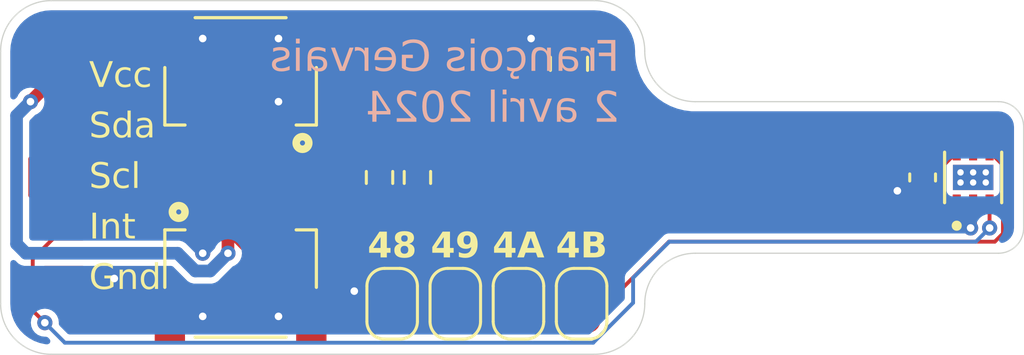
<source format=kicad_pcb>
(kicad_pcb (version 20240108) (generator "pcbnew") (generator_version "8.0")
  (layers (0 "F.Cu" signal) (31 "B.Cu" signal) (34 "B.Paste" user) (35 "F.Paste" user) (36 "B.SilkS" user "B.Silkscreen") (37 "F.SilkS" user "F.Silkscreen") (38 "B.Mask" user) (39 "F.Mask" user) (44 "Edge.Cuts" user))
  (net 0 "")
  (net 1 "GND")
  (net 2 "VCC")
  (net 3 "/SDA")
  (net 4 "/SCL")
  (net 5 "/INT")
  (net 6 "/ADD0")
  (footprint "Connector_Wire:SolderWirePad_1x01_SMD_1x2mm" (layer "F.Cu") (at 20 26.25 -90)
    (property "Reference" "J4" (hide yes))
    (property "Value" "Conn_01x01_Pin" (hide yes))
    (pad "1" smd roundrect (at 0 0 270) (size 1 2) (layers "F.Cu" "F.Paste" "F.Mask") (net 5 "/INT"))
  )
  (footprint "Capacitor_SMD:C_0805_2012Metric" (layer "F.Cu") (at 40 19.75 90)
    (property "Reference" "C2" (hide yes))
    (property "Value" "4.7uF" (hide yes))
    (fp_line (start -0.261252 -0.735) (end 0.261252 -0.735) (stroke (width 0.12)) (layer "F.SilkS"))
    (fp_line (start -0.261252 0.735) (end 0.261252 0.735) (stroke (width 0.12)) (layer "F.SilkS"))
    (pad "1" smd roundrect (at -0.95 0 90) (size 1 1.45) (layers "F.Cu" "F.Paste" "F.Mask") (net 2 "VCC"))
    (pad "2" smd roundrect (at 0.95 0 90) (size 1 1.45) (layers "F.Cu" "F.Paste" "F.Mask") (net 1 "GND"))
  )
  (footprint "Connector_Wire:SolderWirePad_1x01_SMD_1x2mm" (layer "F.Cu") (at 20 28.25 -90)
    (property "Reference" "J5" (hide yes))
    (property "Value" "Conn_01x01_Pin" (hide yes))
    (pad "1" smd roundrect (at 0 0 270) (size 1 2) (layers "F.Cu" "F.Paste" "F.Mask") (net 1 "GND"))
  )
  (footprint "Resistor_SMD:R_0603_1608Metric" (layer "F.Cu") (at 32.5 24.25 -90)
    (property "Reference" "R4" (hide yes))
    (property "Value" "10k" (hide yes))
    (fp_line (start -0.237258 0.5225) (end 0.237258 0.5225) (stroke (width 0.12)) (layer "F.SilkS"))
    (fp_line (start -0.237258 -0.5225) (end 0.237258 -0.5225) (stroke (width 0.12)) (layer "F.SilkS"))
    (pad "1" smd roundrect (at -0.825 0 270) (size 0.8 0.95) (layers "F.Cu" "F.Paste" "F.Mask") (net 2 "VCC"))
    (pad "2" smd roundrect (at 0.825 0 270) (size 0.8 0.95) (layers "F.Cu" "F.Paste" "F.Mask") (net 4 "/SCL"))
  )
  (footprint "SM04B-SRSS-TB(LF)(SN):JST_SM04B-SRSS-TB(LF)(SN)" (layer "F.Cu") (at 27 26)
    (property "Reference" "J7" (hide yes))
    (property "Value" "SM04B-SRSS-TB(LF)(SN)" (hide yes))
    (fp_line (start -3 0.325) (end -3 2.6) (stroke (width 0.127)) (layer "F.SilkS"))
    (fp_line (start -2.2 0.325) (end -3 0.325) (stroke (width 0.127)) (layer "F.SilkS"))
    (fp_line (start -1.8 4.575) (end 1.8 4.575) (stroke (width 0.127)) (layer "F.SilkS"))
    (fp_line (start 2.2 0.325) (end 3 0.325) (stroke (width 0.127)) (layer "F.SilkS"))
    (fp_line (start 3 0.325) (end 3 2.6) (stroke (width 0.127)) (layer "F.SilkS"))
    (fp_circle (center -2.45 -0.385) (end -2.35 -0.385) (stroke (width 0.3)) (fill none) (layer "F.SilkS"))
    (pad "1" smd rect (at -1.5 0) (size 0.6 1.55) (layers "F.Cu" "F.Paste" "F.Mask") (net 1 "GND"))
    (pad "2" smd rect (at -0.5 0) (size 0.6 1.55) (layers "F.Cu" "F.Paste" "F.Mask") (net 2 "VCC"))
    (pad "3" smd rect (at 0.5 0) (size 0.6 1.55) (layers "F.Cu" "F.Paste" "F.Mask") (net 3 "/SDA"))
    (pad "4" smd rect (at 1.5 0) (size 0.6 1.55) (layers "F.Cu" "F.Paste" "F.Mask") (net 4 "/SCL"))
    (pad "S1" smd rect (at -2.8 3.875) (size 1.2 1.8) (layers "F.Cu" "F.Paste" "F.Mask") (net 1 "GND"))
    (pad "S2" smd rect (at 2.8 3.875) (size 1.2 1.8) (layers "F.Cu" "F.Paste" "F.Mask") (net 1 "GND"))
  )
  (footprint "Connector_Wire:SolderWirePad_1x01_SMD_1x2mm" (layer "F.Cu") (at 20 20.25 -90)
    (property "Reference" "J1" (hide yes))
    (property "Value" "Conn_01x01_Pin" (hide yes))
    (pad "1" smd roundrect (at 0 0 270) (size 1 2) (layers "F.Cu" "F.Paste" "F.Mask") (net 2 "VCC"))
  )
  (footprint "TMP117AIDRVR:SON65P200X200X80-7N" (layer "F.Cu") (at 56 24.25 90)
    (property "Reference" "U1" (hide yes))
    (property "Value" "TMP117AIDRVR" (hide yes))
    (fp_line (start -1 -1.13) (end 1 -1.13) (stroke (width 0.127)) (layer "F.SilkS"))
    (fp_line (start -1 1.13) (end 1 1.13) (stroke (width 0.127)) (layer "F.SilkS"))
    (fp_circle (center -1.91 -0.65) (end -1.81 -0.65) (stroke (width 0.2)) (fill none) (layer "F.SilkS"))
    (pad "1" smd roundrect (at -1.02 -0.65 90) (size 0.69 0.32) (layers "F.Cu" "F.Paste" "F.Mask") (roundrect_rratio 0.04) (net 4 "/SCL"))
    (pad "2" smd roundrect (at -1.02 0 90) (size 0.69 0.32) (layers "F.Cu" "F.Paste" "F.Mask") (roundrect_rratio 0.04) (net 1 "GND"))
    (pad "3" smd roundrect (at -1.02 0.65 90) (size 0.69 0.32) (layers "F.Cu" "F.Paste" "F.Mask") (roundrect_rratio 0.04) (net 5 "/INT"))
    (pad "4" smd roundrect (at 1.02 0.65 90) (size 0.69 0.32) (layers "F.Cu" "F.Paste" "F.Mask") (roundrect_rratio 0.04) (net 6 "/ADD0"))
    (pad "5" smd roundrect (at 1.02 0 90) (size 0.69 0.32) (layers "F.Cu" "F.Paste" "F.Mask") (roundrect_rratio 0.04) (net 2 "VCC"))
    (pad "6" smd roundrect (at 1.02 -0.65 90) (size 0.69 0.32) (layers "F.Cu" "F.Paste" "F.Mask") (roundrect_rratio 0.04) (net 3 "/SDA"))
    (pad "7" thru_hole circle (at -0.2 -0.5 180) (size 0.508 0.508) (drill 0.254) (layers "*.Cu" "*.Mask"))
    (pad "7" thru_hole circle (at -0.2 0 180) (size 0.508 0.508) (drill 0.254) (layers "*.Cu" "*.Mask"))
    (pad "7" thru_hole circle (at -0.2 0.5 180) (size 0.508 0.508) (drill 0.254) (layers "*.Cu" "*.Mask"))
    (pad "7" smd rect (at 0 0 180) (size 1.6 1) (layers "F.Cu" "F.Mask"))
    (pad "7" smd rect (at 0 0 180) (size 1.6 1) (layers "B.Cu" "B.Mask"))
    (pad "7" thru_hole circle (at 0.2 -0.5 180) (size 0.508 0.508) (drill 0.254) (layers "*.Cu" "*.Mask"))
    (pad "7" thru_hole circle (at 0.2 0 180) (size 0.508 0.508) (drill 0.254) (layers "*.Cu" "*.Mask"))
    (pad "7" thru_hole circle (at 0.2 0.5 180) (size 0.508 0.508) (drill 0.254) (layers "*.Cu" "*.Mask"))
  )
  (footprint "Jumper:SolderJumper-2_P1.3mm_Open_RoundedPad1.0x1.5mm" (layer "F.Cu") (at 40.5 29.25 90)
    (property "Reference" "JP3" (hide yes))
    (property "Value" "4B" (at 2.25 0 0) (layer "F.SilkS") (effects (font (thickness 0.15) (bold yes))))
    (fp_line (start -0.7 -1) (end 0.7 -1) (stroke (width 0.12)) (layer "F.SilkS"))
    (fp_line (start 1.4 -0.3) (end 1.4 0.3) (stroke (width 0.12)) (layer "F.SilkS"))
    (fp_line (start -1.4 0.3) (end -1.4 -0.3) (stroke (width 0.12)) (layer "F.SilkS"))
    (fp_line (start 0.7 1) (end -0.7 1) (stroke (width 0.12)) (layer "F.SilkS"))
    (fp_arc (start 0.7 -1) (mid 1.194975 -0.794975) (end 1.4 -0.3) (stroke (width 0.12)) (layer "F.SilkS"))
    (fp_arc (start -1.4 -0.3) (mid -1.194975 -0.794975) (end -0.7 -1) (stroke (width 0.12)) (layer "F.SilkS"))
    (fp_arc (start 1.4 0.3) (mid 1.194975 0.794975) (end 0.7 1) (stroke (width 0.12)) (layer "F.SilkS"))
    (fp_arc (start -0.7 1) (mid -1.194975 0.794975) (end -1.4 0.3) (stroke (width 0.12)) (layer "F.SilkS"))
    (pad "1" smd custom (at -0.65 0 90) (size 1 0.5) (layers "F.Cu" "F.Mask") (net 6 "/ADD0") (options (clearance outline) (anchor rect)) (primitives (gr_circle (center 0 0.25) (end 0.5 0.25) (width 0) (fill yes)) (gr_circle (center 0 -0.25) (end 0.5 -0.25) (width 0) (fill yes)) (gr_poly (pts (xy 0.5 0.75) (xy 0 0.75) (xy 0 -0.75) (xy 0.5 -0.75)) (width 0) (fill yes))))
    (pad "2" smd custom (at 0.65 0 90) (size 1 0.5) (layers "F.Cu" "F.Mask") (net 4 "/SCL") (options (clearance outline) (anchor rect)) (primitives (gr_circle (center 0 0.25) (end 0.5 0.25) (width 0) (fill yes)) (gr_circle (center 0 -0.25) (end 0.5 -0.25) (width 0) (fill yes)) (gr_poly (pts (xy 0 0.75) (xy -0.5 0.75) (xy -0.5 -0.75) (xy 0 -0.75)) (width 0) (fill yes))))
  )
  (footprint "Jumper:SolderJumper-2_P1.3mm_Open_RoundedPad1.0x1.5mm" (layer "F.Cu") (at 35.5 29.25 90)
    (property "Reference" "JP1" (hide yes))
    (property "Value" "49" (at 2.25 0 180) (layer "F.SilkS") (effects (font (thickness 0.2) (bold yes))))
    (fp_line (start -0.7 -1) (end 0.7 -1) (stroke (width 0.12)) (layer "F.SilkS"))
    (fp_line (start 1.4 -0.3) (end 1.4 0.3) (stroke (width 0.12)) (layer "F.SilkS"))
    (fp_line (start -1.4 0.3) (end -1.4 -0.3) (stroke (width 0.12)) (layer "F.SilkS"))
    (fp_line (start 0.7 1) (end -0.7 1) (stroke (width 0.12)) (layer "F.SilkS"))
    (fp_arc (start 0.7 -1) (mid 1.194975 -0.794975) (end 1.4 -0.3) (stroke (width 0.12)) (layer "F.SilkS"))
    (fp_arc (start -1.4 -0.3) (mid -1.194975 -0.794975) (end -0.7 -1) (stroke (width 0.12)) (layer "F.SilkS"))
    (fp_arc (start 1.4 0.3) (mid 1.194975 0.794975) (end 0.7 1) (stroke (width 0.12)) (layer "F.SilkS"))
    (fp_arc (start -0.7 1) (mid -1.194975 0.794975) (end -1.4 0.3) (stroke (width 0.12)) (layer "F.SilkS"))
    (pad "1" smd custom (at -0.65 0 90) (size 1 0.5) (layers "F.Cu" "F.Mask") (net 6 "/ADD0") (options (clearance outline) (anchor rect)) (primitives (gr_circle (center 0 0.25) (end 0.5 0.25) (width 0) (fill yes)) (gr_circle (center 0 -0.25) (end 0.5 -0.25) (width 0) (fill yes)) (gr_poly (pts (xy 0.5 0.75) (xy 0 0.75) (xy 0 -0.75) (xy 0.5 -0.75)) (width 0) (fill yes))))
    (pad "2" smd custom (at 0.65 0 90) (size 1 0.5) (layers "F.Cu" "F.Mask") (net 2 "VCC") (options (clearance outline) (anchor rect)) (primitives (gr_circle (center 0 0.25) (end 0.5 0.25) (width 0) (fill yes)) (gr_circle (center 0 -0.25) (end 0.5 -0.25) (width 0) (fill yes)) (gr_poly (pts (xy 0 0.75) (xy -0.5 0.75) (xy -0.5 -0.75) (xy 0 -0.75)) (width 0) (fill yes))))
  )
  (footprint "Jumper:SolderJumper-2_P1.3mm_Open_RoundedPad1.0x1.5mm" (layer "F.Cu") (at 38 29.25 90)
    (property "Reference" "JP2" (hide yes))
    (property "Value" "4A" (at 2.25 0 180) (layer "F.SilkS") (effects (font (thickness 0.15) (bold yes))))
    (fp_line (start -0.7 -1) (end 0.7 -1) (stroke (width 0.12)) (layer "F.SilkS"))
    (fp_line (start 1.4 -0.3) (end 1.4 0.3) (stroke (width 0.12)) (layer "F.SilkS"))
    (fp_line (start -1.4 0.3) (end -1.4 -0.3) (stroke (width 0.12)) (layer "F.SilkS"))
    (fp_line (start 0.7 1) (end -0.7 1) (stroke (width 0.12)) (layer "F.SilkS"))
    (fp_arc (start 0.7 -1) (mid 1.194975 -0.794975) (end 1.4 -0.3) (stroke (width 0.12)) (layer "F.SilkS"))
    (fp_arc (start -1.4 -0.3) (mid -1.194975 -0.794975) (end -0.7 -1) (stroke (width 0.12)) (layer "F.SilkS"))
    (fp_arc (start 1.4 0.3) (mid 1.194975 0.794975) (end 0.7 1) (stroke (width 0.12)) (layer "F.SilkS"))
    (fp_arc (start -0.7 1) (mid -1.194975 0.794975) (end -1.4 0.3) (stroke (width 0.12)) (layer "F.SilkS"))
    (pad "1" smd custom (at -0.65 0 90) (size 1 0.5) (layers "F.Cu" "F.Mask") (net 6 "/ADD0") (options (clearance outline) (anchor rect)) (primitives (gr_circle (center 0 0.25) (end 0.5 0.25) (width 0) (fill yes)) (gr_circle (center 0 -0.25) (end 0.5 -0.25) (width 0) (fill yes)) (gr_poly (pts (xy 0.5 0.75) (xy 0 0.75) (xy 0 -0.75) (xy 0.5 -0.75)) (width 0) (fill yes))))
    (pad "2" smd custom (at 0.65 0 90) (size 1 0.5) (layers "F.Cu" "F.Mask") (net 3 "/SDA") (options (clearance outline) (anchor rect)) (primitives (gr_circle (center 0 0.25) (end 0.5 0.25) (width 0) (fill yes)) (gr_circle (center 0 -0.25) (end 0.5 -0.25) (width 0) (fill yes)) (gr_poly (pts (xy 0 0.75) (xy -0.5 0.75) (xy -0.5 -0.75) (xy 0 -0.75)) (width 0) (fill yes))))
  )
  (footprint "Capacitor_SMD:C_0603_1608Metric" (layer "F.Cu") (at 54 24.25 -90)
    (property "Reference" "C1" (hide yes))
    (property "Value" "0.1uF" (hide yes))
    (fp_line (start -0.14058 0.51) (end 0.14058 0.51) (stroke (width 0.12)) (layer "F.SilkS"))
    (fp_line (start -0.14058 -0.51) (end 0.14058 -0.51) (stroke (width 0.12)) (layer "F.SilkS"))
    (pad "1" smd roundrect (at -0.775 0 270) (size 0.9 0.95) (layers "F.Cu" "F.Paste" "F.Mask") (net 2 "VCC"))
    (pad "2" smd roundrect (at 0.775 0 270) (size 0.9 0.95) (layers "F.Cu" "F.Paste" "F.Mask") (net 1 "GND"))
  )
  (footprint "Resistor_SMD:R_0603_1608Metric" (layer "F.Cu") (at 34 24.25 -90)
    (property "Reference" "R2" (hide yes))
    (property "Value" "10k" (hide yes))
    (fp_line (start -0.237258 0.5225) (end 0.237258 0.5225) (stroke (width 0.12)) (layer "F.SilkS"))
    (fp_line (start -0.237258 -0.5225) (end 0.237258 -0.5225) (stroke (width 0.12)) (layer "F.SilkS"))
    (pad "1" smd roundrect (at -0.825 0 270) (size 0.8 0.95) (layers "F.Cu" "F.Paste" "F.Mask") (net 2 "VCC"))
    (pad "2" smd roundrect (at 0.825 0 270) (size 0.8 0.95) (layers "F.Cu" "F.Paste" "F.Mask") (net 3 "/SDA"))
  )
  (footprint "SM04B-SRSS-TB(LF)(SN):JST_SM04B-SRSS-TB(LF)(SN)" (layer "F.Cu") (at 27 22.5 180)
    (property "Reference" "J8" (hide yes))
    (property "Value" "SM04B-SRSS-TB(LF)(SN)" (hide yes))
    (fp_line (start 3 0.325) (end 3 2.6) (stroke (width 0.127)) (layer "F.SilkS"))
    (fp_line (start 2.2 0.325) (end 3 0.325) (stroke (width 0.127)) (layer "F.SilkS"))
    (fp_line (start -1.8 4.575) (end 1.8 4.575) (stroke (width 0.127)) (layer "F.SilkS"))
    (fp_line (start -2.2 0.325) (end -3 0.325) (stroke (width 0.127)) (layer "F.SilkS"))
    (fp_line (start -3 0.325) (end -3 2.6) (stroke (width 0.127)) (layer "F.SilkS"))
    (fp_circle (center -2.45 -0.385) (end -2.35 -0.385) (stroke (width 0.3)) (fill none) (layer "F.SilkS"))
    (pad "1" smd rect (at -1.5 0 180) (size 0.6 1.55) (layers "F.Cu" "F.Paste" "F.Mask") (net 1 "GND"))
    (pad "2" smd rect (at -0.5 0 180) (size 0.6 1.55) (layers "F.Cu" "F.Paste" "F.Mask") (net 2 "VCC"))
    (pad "3" smd rect (at 0.5 0 180) (size 0.6 1.55) (layers "F.Cu" "F.Paste" "F.Mask") (net 3 "/SDA"))
    (pad "4" smd rect (at 1.5 0 180) (size 0.6 1.55) (layers "F.Cu" "F.Paste" "F.Mask") (net 4 "/SCL"))
    (pad "S1" smd rect (at -2.8 3.875 180) (size 1.2 1.8) (layers "F.Cu" "F.Paste" "F.Mask") (net 1 "GND"))
    (pad "S2" smd rect (at 2.8 3.875 180) (size 1.2 1.8) (layers "F.Cu" "F.Paste" "F.Mask") (net 1 "GND"))
  )
  (footprint "Connector_Wire:SolderWirePad_1x01_SMD_1x2mm" (layer "F.Cu") (at 20 22.25 -90)
    (property "Reference" "J2" (hide yes))
    (property "Value" "Conn_01x01_Pin" (hide yes))
    (pad "1" smd roundrect (at 0 0 270) (size 1 2) (layers "F.Cu" "F.Paste" "F.Mask") (net 3 "/SDA"))
  )
  (footprint "Jumper:SolderJumper-2_P1.3mm_Open_RoundedPad1.0x1.5mm" (layer "F.Cu") (at 33 29.25 90)
    (property "Reference" "JP4" (hide yes))
    (property "Value" "48" (at 2.25 0 180) (layer "F.SilkS") (effects (font (thickness 0.2) (bold yes))))
    (fp_line (start -0.7 -1) (end 0.7 -1) (stroke (width 0.12)) (layer "F.SilkS"))
    (fp_line (start 1.4 -0.3) (end 1.4 0.3) (stroke (width 0.12)) (layer "F.SilkS"))
    (fp_line (start -1.4 0.3) (end -1.4 -0.3) (stroke (width 0.12)) (layer "F.SilkS"))
    (fp_line (start 0.7 1) (end -0.7 1) (stroke (width 0.12)) (layer "F.SilkS"))
    (fp_arc (start 0.7 -1) (mid 1.194975 -0.794975) (end 1.4 -0.3) (stroke (width 0.12)) (layer "F.SilkS"))
    (fp_arc (start -1.4 -0.3) (mid -1.194975 -0.794975) (end -0.7 -1) (stroke (width 0.12)) (layer "F.SilkS"))
    (fp_arc (start 1.4 0.3) (mid 1.194975 0.794975) (end 0.7 1) (stroke (width 0.12)) (layer "F.SilkS"))
    (fp_arc (start -0.7 1) (mid -1.194975 0.794975) (end -1.4 0.3) (stroke (width 0.12)) (layer "F.SilkS"))
    (pad "1" smd custom (at -0.65 0 90) (size 1 0.5) (layers "F.Cu" "F.Mask") (net 6 "/ADD0") (options (clearance outline) (anchor rect)) (primitives (gr_circle (center 0 0.25) (end 0.5 0.25) (width 0) (fill yes)) (gr_circle (center 0 -0.25) (end 0.5 -0.25) (width 0) (fill yes)) (gr_poly (pts (xy 0.5 0.75) (xy 0 0.75) (xy 0 -0.75) (xy 0.5 -0.75)) (width 0) (fill yes))))
    (pad "2" smd custom (at 0.65 0 90) (size 1 0.5) (layers "F.Cu" "F.Mask") (net 1 "GND") (options (clearance outline) (anchor rect)) (primitives (gr_circle (center 0 0.25) (end 0.5 0.25) (width 0) (fill yes)) (gr_circle (center 0 -0.25) (end 0.5 -0.25) (width 0) (fill yes)) (gr_poly (pts (xy 0 0.75) (xy -0.5 0.75) (xy -0.5 -0.75) (xy 0 -0.75)) (width 0) (fill yes))))
  )
  (footprint "Connector_Wire:SolderWirePad_1x01_SMD_1x2mm" (layer "F.Cu") (at 20 24.25 -90)
    (property "Reference" "J3" (hide yes))
    (property "Value" "Conn_01x01_Pin" (hide yes))
    (pad "1" smd roundrect (at 0 0 270) (size 1 2) (layers "F.Cu" "F.Paste" "F.Mask") (net 4 "/SCL"))
  )
  (gr_line (start 58 26.25) (end 58 22.25) (stroke (width 0.05)) (layer "Edge.Cuts"))
  (gr_line (start 41 17.25) (end 19.5 17.25) (stroke (width 0.05)) (layer "Edge.Cuts"))
  (gr_arc (start 57 21.25) (mid 57.707107 21.542893) (end 58 22.25) (stroke (width 0.05)) (layer "Edge.Cuts"))
  (gr_line (start 19.5 31.25) (end 41 31.25) (stroke (width 0.05)) (layer "Edge.Cuts"))
  (gr_line (start 45 27.25) (end 57 27.25) (stroke (width 0.05)) (layer "Edge.Cuts"))
  (gr_arc (start 19.5 31.25) (mid 18.085786 30.664214) (end 17.5 29.25) (stroke (width 0.05)) (layer "Edge.Cuts"))
  (gr_arc (start 41 17.25) (mid 42.414214 17.835786) (end 43 19.25) (stroke (width 0.05)) (layer "Edge.Cuts"))
  (gr_line (start 17.5 19.25) (end 17.5 29.25) (stroke (width 0.05)) (layer "Edge.Cuts"))
  (gr_arc (start 17.5 19.25) (mid 18.085786 17.835786) (end 19.5 17.25) (stroke (width 0.05)) (layer "Edge.Cuts"))
  (gr_arc (start 43 29.25) (mid 42.414214 30.664214) (end 41 31.25) (stroke (width 0.05)) (layer "Edge.Cuts"))
  (gr_arc (start 43 29.25) (mid 43.585786 27.835786) (end 45 27.25) (stroke (width 0.05)) (layer "Edge.Cuts"))
  (gr_arc (start 45 21.25) (mid 43.585786 20.664214) (end 43 19.25) (stroke (width 0.05)) (layer "Edge.Cuts"))
  (gr_line (start 45 21.25) (end 57 21.25) (stroke (width 0.05)) (layer "Edge.Cuts"))
  (gr_arc (start 58 26.25) (mid 57.707107 26.957107) (end 57 27.25) (stroke (width 0.05)) (layer "Edge.Cuts"))
  (gr_text "François Gervais\n2 avril 2024" (at 42 22.25 0) (layer "B.SilkS") (effects (font (size 1.2 1.2) (thickness 0.125)) (justify left bottom mirror)))
  (gr_text "Sda" (at 21 22.25 0) (layer "F.SilkS") (effects (font (size 1 1) (thickness 0.125)) (justify left)))
  (gr_text "Vcc" (at 21 20.25 0) (layer "F.SilkS") (effects (font (size 1 1) (thickness 0.125)) (justify left)))
  (gr_text "Gnd" (at 21 28.25 0) (layer "F.SilkS") (effects (font (size 1 1) (thickness 0.125)) (justify left)))
  (gr_text "Int" (at 21 26.25 0) (layer "F.SilkS") (effects (font (size 1 1) (thickness 0.125)) (justify left)))
  (gr_text "Scl" (at 21 24.25 0) (layer "F.SilkS") (effects (font (size 1 1) (thickness 0.125)) (justify left)))
  (segment (start 56 25.27) (end 56 26.15) (width 0.3) (layer "F.Cu") (net 1))
  (segment (start 29.8 29.875) (end 28.625 29.875) (width 0.5) (layer "F.Cu") (net 1))
  (segment (start 25.375 29.875) (end 25.5 29.75) (width 0.5) (layer "F.Cu") (net 1))
  (segment (start 56 26.15) (end 55.9 26.25) (width 0.3) (layer "F.Cu") (net 1))
  (segment (start 33 28.6) (end 31.65 28.6) (width 0.25) (layer "F.Cu") (net 1))
  (segment (start 31.65 28.6) (end 31.5 28.75) (width 0.25) (layer "F.Cu") (net 1))
  (segment (start 29.8 18.625) (end 28.625 18.625) (width 0.5) (layer "F.Cu") (net 1))
  (segment (start 24.2 18.625) (end 25.375 18.625) (width 0.5) (layer "F.Cu") (net 1))
  (segment (start 25.375 18.625) (end 25.5 18.75) (width 0.5) (layer "F.Cu") (net 1))
  (segment (start 28.625 18.625) (end 28.5 18.75) (width 0.5) (layer "F.Cu") (net 1))
  (segment (start 53.2464 25.025) (end 53 24.7786) (width 0.5) (layer "F.Cu") (net 1))
  (segment (start 28.5 22.5) (end 28.5 21.25) (width 0.25) (layer "F.Cu") (net 1))
  (segment (start 25.5 26) (end 25.5 27.25) (width 0.25) (layer "F.Cu") (net 1))
  (segment (start 54 25.025) (end 53.2464 25.025) (width 0.5) (layer "F.Cu") (net 1))
  (segment (start 24.2 29.875) (end 25.375 29.875) (width 0.5) (layer "F.Cu") (net 1))
  (segment (start 20 28.25) (end 22 28.25) (width 0.5) (layer "F.Cu") (net 1))
  (segment (start 40 18.8) (end 38.55 18.8) (width 0.5) (layer "F.Cu") (net 1))
  (segment (start 28.625 29.875) (end 28.5 29.75) (width 0.5) (layer "F.Cu") (net 1))
  (segment (start 38.55 18.8) (end 38.5 18.75) (width 0.5) (layer "F.Cu") (net 1))
  (via (at 31.5 28.75) (size 0.6) (drill 0.3) (layers "F.Cu" "B.Cu") (net 1))
  (via (at 55.9 26.25) (size 0.6) (drill 0.3) (layers "F.Cu" "B.Cu") (net 1))
  (via (at 22 28.25) (size 0.6) (drill 0.3) (layers "F.Cu" "B.Cu") (net 1))
  (via (at 28.5 18.75) (size 0.6) (drill 0.3) (layers "F.Cu" "B.Cu") (net 1))
  (via (at 38.5 18.75) (size 0.6) (drill 0.3) (layers "F.Cu" "B.Cu") (net 1))
  (via (at 25.5 29.75) (size 0.6) (drill 0.3) (layers "F.Cu" "B.Cu") (net 1))
  (via (at 28.5 29.75) (size 0.6) (drill 0.3) (layers "F.Cu" "B.Cu") (net 1))
  (via (at 25.5 27.25) (size 0.6) (drill 0.3) (layers "F.Cu" "B.Cu") (net 1))
  (via (at 25.5 18.75) (size 0.6) (drill 0.3) (layers "F.Cu" "B.Cu") (net 1))
  (via (at 53 24.7786) (size 0.6) (drill 0.3) (layers "F.Cu" "B.Cu") (net 1))
  (via (at 28.5 21.25) (size 0.6) (drill 0.3) (layers "F.Cu" "B.Cu") (net 1))
  (segment (start 20 20.25) (end 27.5 20.25) (width 0.5) (layer "F.Cu") (net 2))
  (segment (start 34.65 27.75) (end 27.775 27.75) (width 0.1524) (layer "F.Cu") (net 2))
  (segment (start 27.5 20.25) (end 32.5 20.25) (width 0.5) (layer "F.Cu") (net 2))
  (segment (start 32.5 23.425) (end 32.5 20.25) (width 0.5) (layer "F.Cu") (net 2))
  (segment (start 19.681 20.25) (end 18.681 21.25) (width 0.5) (layer "F.Cu") (net 2))
  (segment (start 20 20.25) (end 19.681 20.25) (width 0.5) (layer "F.Cu") (net 2))
  (segment (start 26.5 27.25) (end 26.5 26) (width 0.5) (layer "F.Cu") (net 2))
  (segment (start 32.5 23.425) (end 34 23.425) (width 0.5) (layer "F.Cu") (net 2))
  (segment (start 26.5 26.475) (end 26.5 26) (width 0.1524) (layer "F.Cu") (net 2))
  (segment (start 35.5 28.6) (end 34.65 27.75) (width 0.1524) (layer "F.Cu") (net 2))
  (segment (start 54.8924 22.5826) (end 54 23.475) (width 0.3) (layer "F.Cu") (net 2))
  (segment (start 55.6976 22.5826) (end 54.8924 22.5826) (width 0.3) (layer "F.Cu") (net 2))
  (segment (start 32.5 20.25) (end 39.55 20.25) (width 0.5) (layer "F.Cu") (net 2))
  (segment (start 39.55 20.25) (end 40 20.7) (width 0.5) (layer "F.Cu") (net 2))
  (segment (start 42.775 23.475) (end 54 23.475) (width 0.5) (layer "F.Cu") (net 2))
  (segment (start 56 22.885) (end 55.6976 22.5826) (width 0.3) (layer "F.Cu") (net 2))
  (segment (start 56 23.23) (end 56 22.885) (width 0.3) (layer "F.Cu") (net 2))
  (segment (start 40 20.7) (end 42.775 23.475) (width 0.5) (layer "F.Cu") (net 2))
  (segment (start 27.775 27.75) (end 26.5 26.475) (width 0.1524) (layer "F.Cu") (net 2))
  (segment (start 27.5 22.5) (end 27.5 20.25) (width 0.5) (layer "F.Cu") (net 2))
  (via (at 26.5 27.25) (size 0.6) (drill 0.3) (layers "F.Cu" "B.Cu") (net 2))
  (via (at 18.681 21.25) (size 0.6) (drill 0.3) (layers "F.Cu" "B.Cu") (net 2))
  (segment (start 25.7976 27.9524) (end 26.5 27.25) (width 0.5) (layer "B.Cu") (net 2))
  (segment (start 18.131 21.8) (end 18.131 26.881) (width 0.5) (layer "B.Cu") (net 2))
  (segment (start 24.506656 27.25) (end 25.209056 27.9524) (width 0.5) (layer "B.Cu") (net 2))
  (segment (start 18.5 27.25) (end 24.506656 27.25) (width 0.5) (layer "B.Cu") (net 2))
  (segment (start 25.209056 27.9524) (end 25.7976 27.9524) (width 0.5) (layer "B.Cu") (net 2))
  (segment (start 18.131 26.881) (end 18.5 27.25) (width 0.5) (layer "B.Cu") (net 2))
  (segment (start 18.681 21.25) (end 18.131 21.8) (width 0.5) (layer "B.Cu") (net 2))
  (segment (start 20 22.25) (end 20.8024 21.4476) (width 0.25) (layer "F.Cu") (net 3))
  (segment (start 20.8024 21.4476) (end 25.9226 21.4476) (width 0.25) (layer "F.Cu") (net 3))
  (segment (start 34 24.25) (end 28.5 24.25) (width 0.1524) (layer "F.Cu") (net 3))
  (segment (start 28.275 27.25) (end 27.5 26.475) (width 0.1524) (layer "F.Cu") (net 3))
  (segment (start 26.5 23.0322) (end 26.5 22.5) (width 0.1524) (layer "F.Cu") (net 3))
  (segment (start 54.347722 24.25) (end 37.5 24.25) (width 0.1524) (layer "F.Cu") (net 3))
  (segment (start 22.8024 24.9476) (end 26.9226 24.9476) (width 0.25) (layer "F.Cu") (net 3))
  (segment (start 27.5 26.475) (end 27.5 26) (width 0.1524) (layer "F.Cu") (net 3))
  (segment (start 26.9226 24.9476) (end 27.5 25.525) (width 0.25) (layer "F.Cu") (net 3))
  (segment (start 20 22.25) (end 18.7226 23.5274) (width 0.25) (layer "F.Cu") (net 3))
  (segment (start 18.7226 24.947984) (end 19.024616 25.25) (width 0.25) (layer "F.Cu") (net 3))
  (segment (start 19.024616 25.25) (end 22.5 25.25) (width 0.25) (layer "F.Cu") (net 3))
  (segment (start 34 25.075) (end 34 24.25) (width 0.1524) (layer "F.Cu") (net 3))
  (segment (start 36.65 27.25) (end 28.275 27.25) (width 0.1524) (layer "F.Cu") (net 3))
  (segment (start 22.5 25.25) (end 22.8024 24.9476) (width 0.25) (layer "F.Cu") (net 3))
  (segment (start 26.5 22.025) (end 26.5 22.5) (width 0.25) (layer "F.Cu") (net 3))
  (segment (start 37.5 24.25) (end 36.5 24.25) (width 0.1524) (layer "F.Cu") (net 3))
  (segment (start 55.35 23.23) (end 55.35 23.247722) (width 0.1524) (layer "F.Cu") (net 3))
  (segment (start 18.7226 23.5274) (end 18.7226 24.947984) (width 0.25) (layer "F.Cu") (net 3))
  (segment (start 27.7536 23.5036) (end 26.9714 23.5036) (width 0.1524) (layer "F.Cu") (net 3))
  (segment (start 26.9714 23.5036) (end 26.5 23.0322) (width 0.1524) (layer "F.Cu") (net 3))
  (segment (start 36.5 24.25) (end 34 24.25) (width 0.1524) (layer "F.Cu") (net 3))
  (segment (start 38 28.6) (end 36.65 27.25) (width 0.1524) (layer "F.Cu") (net 3))
  (segment (start 25.9226 21.4476) (end 26.5 22.025) (width 0.25) (layer "F.Cu") (net 3))
  (segment (start 28.5 24.25) (end 27.7536 23.5036) (width 0.1524) (layer "F.Cu") (net 3))
  (segment (start 27.5 25.525) (end 27.5 26) (width 0.25) (layer "F.Cu") (net 3))
  (segment (start 55.35 23.247722) (end 54.347722 24.25) (width 0.1524) (layer "F.Cu") (net 3))
  (segment (start 25.5 22.5) (end 25.5 23.1298) (width 0.25) (layer "F.Cu") (net 4))
  (segment (start 37.5 26) (end 34.5 26) (width 0.1524) (layer "F.Cu") (net 4))
  (segment (start 21.75 24.25) (end 23.5 22.5) (width 0.25) (layer "F.Cu") (net 4))
  (segment (start 55.35 25.27) (end 54.62 26) (width 0.1524) (layer "F.Cu") (net 4))
  (segment (start 20 24.25) (end 21.75 24.25) (width 0.25) (layer "F.Cu") (net 4))
  (segment (start 32.5 25.075) (end 32.5 26) (width 0.1524) (layer "F.Cu") (net 4))
  (segment (start 40.5 28.6) (end 40.5 26) (width 0.1524) (layer "F.Cu") (net 4))
  (segment (start 54.62 26) (end 41.5 26) (width 0.1524) (layer "F.Cu") (net 4))
  (segment (start 28.5 25.525) (end 28.5 26) (width 0.25) (layer "F.Cu") (net 4))
  (segment (start 23.5 22.5) (end 25.5 22.5) (width 0.25) (layer "F.Cu") (net 4))
  (segment (start 38 26) (end 37.5 26) (width 0.1524) (layer "F.Cu") (net 4))
  (segment (start 34.5 26) (end 32.5 26) (width 0.1524) (layer "F.Cu") (net 4))
  (segment (start 40.5 26) (end 38 26) (width 0.1524) (layer "F.Cu") (net 4))
  (segment (start 32.5 26) (end 28.5 26) (width 0.1524) (layer "F.Cu") (net 4))
  (segment (start 27.225 24.25) (end 28.5 25.525) (width 0.25) (layer "F.Cu") (net 4))
  (segment (start 41.5 26) (end 40.5 26) (width 0.1524) (layer "F.Cu") (net 4))
  (segment (start 26.6202 24.25) (end 27.225 24.25) (width 0.25) (layer "F.Cu") (net 4))
  (segment (start 25.5 23.1298) (end 26.6202 24.25) (width 0.25) (layer "F.Cu") (net 4))
  (segment (start 18.7714 29.5214) (end 19.25 30) (width 0.1524) (layer "F.Cu") (net 5))
  (segment (start 56.65 26.247597) (end 56.652403 26.25) (width 0.1524) (layer "F.Cu") (net 5))
  (segment (start 20 26.25) (end 18.7714 27.4786) (width 0.1524) (layer "F.Cu") (net 5))
  (segment (start 56.65 25.27) (end 56.65 26.247597) (width 0.1524) (layer "F.Cu") (net 5))
  (segment (start 18.7714 27.4786) (end 18.7714 29.5214) (width 0.1524) (layer "F.Cu") (net 5))
  (via (at 19.25 30) (size 0.6) (drill 0.3) (layers "F.Cu" "B.Cu") (net 5))
  (via (at 56.652403 26.25) (size 0.6) (drill 0.3) (layers "F.Cu" "B.Cu") (net 5))
  (segment (start 40.9572 30.7928) (end 42.538411 29.211589) (width 0.1524) (layer "B.Cu") (net 5))
  (segment (start 19.25 30) (end 20.0428 30.7928) (width 0.1524) (layer "B.Cu") (net 5))
  (segment (start 42.538411 28.224229) (end 43.96984 26.7928) (width 0.1524) (layer "B.Cu") (net 5))
  (segment (start 42.538411 29.211589) (end 42.538411 28.224229) (width 0.1524) (layer "B.Cu") (net 5))
  (segment (start 43.96984 26.7928) (end 56.109603 26.7928) (width 0.1524) (layer "B.Cu") (net 5))
  (segment (start 56.109603 26.7928) (end 56.652403 26.25) (width 0.1524) (layer "B.Cu") (net 5))
  (segment (start 20.0428 30.7928) (end 40.9572 30.7928) (width 0.1524) (layer "B.Cu") (net 5))
  (segment (start 35.5 29.9) (end 40.5 29.9) (width 0.25) (layer "F.Cu") (net 6))
  (segment (start 57.181003 23.761003) (end 57.181003 26.468954) (width 0.1524) (layer "F.Cu") (net 6))
  (segment (start 57.181003 26.468954) (end 56.857157 26.7928) (width 0.1524) (layer "F.Cu") (net 6))
  (segment (start 56.857157 26.7928) (end 43.9572 26.7928) (width 0.1524) (layer "F.Cu") (net 6))
  (segment (start 40.85 29.9) (end 40.5 29.9) (width 0.1524) (layer "F.Cu") (net 6))
  (segment (start 43.9572 26.7928) (end 40.85 29.9) (width 0.1524) (layer "F.Cu") (net 6))
  (segment (start 56.65 23.23) (end 57.181003 23.761003) (width 0.1524) (layer "F.Cu") (net 6))
  (segment (start 35.5 29.9) (end 38 29.9) (width 0.25) (layer "F.Cu") (net 6))
  (segment (start 33 29.9) (end 35.5 29.9) (width 0.25) (layer "F.Cu") (net 6))
  (zone (net 1) (net_name "GND") (layer "B.Cu") (connect_pads (clearance 0.25)) (min_thickness 0.25) (fill yes (thermal_gap 0.5) (thermal_bridge_width 0.5))
    (polygon (pts (xy 17.5 31.25) (xy 17.5 17.25) (xy 58 17.25) (xy 58 31.25)))
  )
)
</source>
